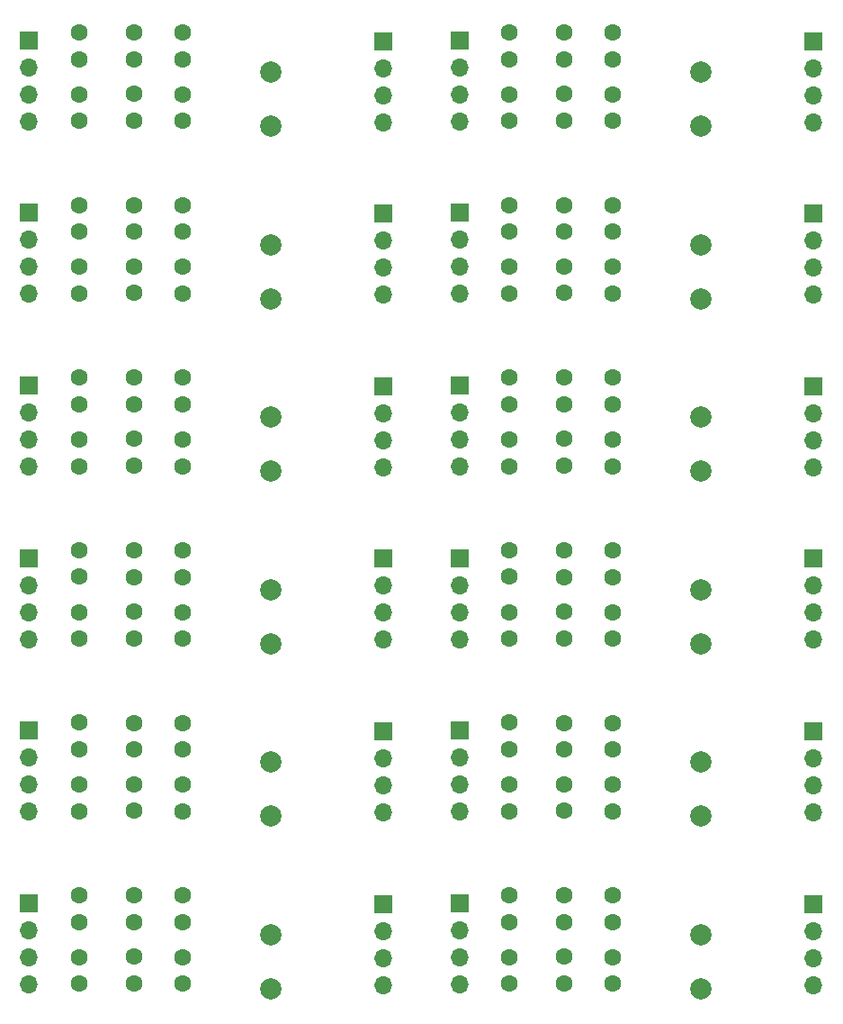
<source format=gbr>
%TF.GenerationSoftware,KiCad,Pcbnew,(6.0.7)*%
%TF.CreationDate,2024-06-12T17:23:34-04:00*%
%TF.ProjectId,DCR BPF V1 (Panel),44435220-4250-4462-9056-31202850616e,rev?*%
%TF.SameCoordinates,Original*%
%TF.FileFunction,Soldermask,Top*%
%TF.FilePolarity,Negative*%
%FSLAX46Y46*%
G04 Gerber Fmt 4.6, Leading zero omitted, Abs format (unit mm)*
G04 Created by KiCad (PCBNEW (6.0.7)) date 2024-06-12 17:23:34*
%MOMM*%
%LPD*%
G01*
G04 APERTURE LIST*
%ADD10C,1.600000*%
%ADD11R,1.700000X1.700000*%
%ADD12O,1.700000X1.700000*%
%ADD13C,2.000000*%
G04 APERTURE END LIST*
D10*
%TO.C,C3*%
X99428000Y-144112000D03*
X99428000Y-146612000D03*
%TD*%
%TO.C,C2*%
X54356000Y-111620500D03*
X54356000Y-114120500D03*
%TD*%
D11*
%TO.C,J2*%
X118351000Y-139105500D03*
D12*
X118351000Y-141645500D03*
X118351000Y-144185500D03*
X118351000Y-146725500D03*
%TD*%
D13*
%TO.C,L1*%
X67246500Y-93344500D03*
X67246500Y-98424500D03*
%TD*%
D10*
%TO.C,C1*%
X49212500Y-111664000D03*
X49212500Y-114164000D03*
%TD*%
D13*
%TO.C,L1*%
X107746500Y-142016500D03*
X107746500Y-147096500D03*
%TD*%
D10*
%TO.C,C5*%
X54356000Y-140810000D03*
X54356000Y-138310000D03*
%TD*%
%TO.C,C5*%
X54356000Y-75914000D03*
X54356000Y-73414000D03*
%TD*%
D11*
%TO.C,J1*%
X85013500Y-139042000D03*
D12*
X85013500Y-141582000D03*
X85013500Y-144122000D03*
X85013500Y-146662000D03*
%TD*%
D11*
%TO.C,J2*%
X118351000Y-106657500D03*
D12*
X118351000Y-109197500D03*
X118351000Y-111737500D03*
X118351000Y-114277500D03*
%TD*%
D11*
%TO.C,J1*%
X85013500Y-122818000D03*
D12*
X85013500Y-125358000D03*
X85013500Y-127898000D03*
X85013500Y-130438000D03*
%TD*%
D10*
%TO.C,C4*%
X49212500Y-75894000D03*
X49212500Y-73394000D03*
%TD*%
%TO.C,C6*%
X99428000Y-75914000D03*
X99428000Y-73414000D03*
%TD*%
%TO.C,C1*%
X49212500Y-127888000D03*
X49212500Y-130388000D03*
%TD*%
D13*
%TO.C,L1*%
X107746500Y-60896500D03*
X107746500Y-65976500D03*
%TD*%
D11*
%TO.C,J1*%
X85013500Y-106594000D03*
D12*
X85013500Y-109134000D03*
X85013500Y-111674000D03*
X85013500Y-114214000D03*
%TD*%
D11*
%TO.C,J1*%
X85013500Y-90370000D03*
D12*
X85013500Y-92910000D03*
X85013500Y-95450000D03*
X85013500Y-97990000D03*
%TD*%
D10*
%TO.C,C4*%
X89712500Y-75894000D03*
X89712500Y-73394000D03*
%TD*%
%TO.C,C6*%
X99428000Y-92138000D03*
X99428000Y-89638000D03*
%TD*%
%TO.C,C6*%
X58928000Y-124586000D03*
X58928000Y-122086000D03*
%TD*%
%TO.C,C5*%
X54356000Y-59690000D03*
X54356000Y-57190000D03*
%TD*%
%TO.C,C3*%
X58928000Y-79216000D03*
X58928000Y-81716000D03*
%TD*%
%TO.C,C5*%
X54356000Y-108362000D03*
X54356000Y-105862000D03*
%TD*%
D11*
%TO.C,J2*%
X77851000Y-74209500D03*
D12*
X77851000Y-76749500D03*
X77851000Y-79289500D03*
X77851000Y-81829500D03*
%TD*%
D10*
%TO.C,C5*%
X54356000Y-92138000D03*
X54356000Y-89638000D03*
%TD*%
D11*
%TO.C,J2*%
X77851000Y-139105500D03*
D12*
X77851000Y-141645500D03*
X77851000Y-144185500D03*
X77851000Y-146725500D03*
%TD*%
D10*
%TO.C,C1*%
X89712500Y-62992000D03*
X89712500Y-65492000D03*
%TD*%
D11*
%TO.C,J2*%
X118351000Y-57985500D03*
D12*
X118351000Y-60525500D03*
X118351000Y-63065500D03*
X118351000Y-65605500D03*
%TD*%
D11*
%TO.C,J2*%
X77851000Y-122881500D03*
D12*
X77851000Y-125421500D03*
X77851000Y-127961500D03*
X77851000Y-130501500D03*
%TD*%
D10*
%TO.C,C3*%
X99428000Y-79216000D03*
X99428000Y-81716000D03*
%TD*%
D11*
%TO.C,J1*%
X44513500Y-74146000D03*
D12*
X44513500Y-76686000D03*
X44513500Y-79226000D03*
X44513500Y-81766000D03*
%TD*%
D10*
%TO.C,C6*%
X58928000Y-59690000D03*
X58928000Y-57190000D03*
%TD*%
%TO.C,C3*%
X58928000Y-62992000D03*
X58928000Y-65492000D03*
%TD*%
%TO.C,C2*%
X94856000Y-144068500D03*
X94856000Y-146568500D03*
%TD*%
D11*
%TO.C,J1*%
X85013500Y-74146000D03*
D12*
X85013500Y-76686000D03*
X85013500Y-79226000D03*
X85013500Y-81766000D03*
%TD*%
D13*
%TO.C,L1*%
X67246500Y-77120500D03*
X67246500Y-82200500D03*
%TD*%
D10*
%TO.C,C5*%
X94856000Y-124586000D03*
X94856000Y-122086000D03*
%TD*%
%TO.C,C6*%
X58928000Y-92138000D03*
X58928000Y-89638000D03*
%TD*%
%TO.C,C4*%
X89712500Y-124566000D03*
X89712500Y-122066000D03*
%TD*%
D11*
%TO.C,J1*%
X44513500Y-90370000D03*
D12*
X44513500Y-92910000D03*
X44513500Y-95450000D03*
X44513500Y-97990000D03*
%TD*%
D10*
%TO.C,C1*%
X49212500Y-144112000D03*
X49212500Y-146612000D03*
%TD*%
D11*
%TO.C,J1*%
X44513500Y-139042000D03*
D12*
X44513500Y-141582000D03*
X44513500Y-144122000D03*
X44513500Y-146662000D03*
%TD*%
D10*
%TO.C,C1*%
X89712500Y-79216000D03*
X89712500Y-81716000D03*
%TD*%
D11*
%TO.C,J2*%
X77851000Y-106657500D03*
D12*
X77851000Y-109197500D03*
X77851000Y-111737500D03*
X77851000Y-114277500D03*
%TD*%
D11*
%TO.C,J2*%
X118351000Y-90433500D03*
D12*
X118351000Y-92973500D03*
X118351000Y-95513500D03*
X118351000Y-98053500D03*
%TD*%
D10*
%TO.C,C4*%
X89712500Y-92118000D03*
X89712500Y-89618000D03*
%TD*%
%TO.C,C1*%
X49212500Y-95440000D03*
X49212500Y-97940000D03*
%TD*%
%TO.C,C3*%
X58928000Y-144112000D03*
X58928000Y-146612000D03*
%TD*%
%TO.C,C4*%
X49212500Y-140790000D03*
X49212500Y-138290000D03*
%TD*%
%TO.C,C6*%
X58928000Y-108362000D03*
X58928000Y-105862000D03*
%TD*%
D11*
%TO.C,J1*%
X44513500Y-57922000D03*
D12*
X44513500Y-60462000D03*
X44513500Y-63002000D03*
X44513500Y-65542000D03*
%TD*%
D10*
%TO.C,C2*%
X94856000Y-62948500D03*
X94856000Y-65448500D03*
%TD*%
D11*
%TO.C,J2*%
X77851000Y-90433500D03*
D12*
X77851000Y-92973500D03*
X77851000Y-95513500D03*
X77851000Y-98053500D03*
%TD*%
D10*
%TO.C,C2*%
X94856000Y-79172500D03*
X94856000Y-81672500D03*
%TD*%
%TO.C,C4*%
X49212500Y-59670000D03*
X49212500Y-57170000D03*
%TD*%
%TO.C,C5*%
X94856000Y-75914000D03*
X94856000Y-73414000D03*
%TD*%
D13*
%TO.C,L1*%
X107746500Y-77120500D03*
X107746500Y-82200500D03*
%TD*%
D10*
%TO.C,C2*%
X54356000Y-95396500D03*
X54356000Y-97896500D03*
%TD*%
%TO.C,C4*%
X89712500Y-108342000D03*
X89712500Y-105842000D03*
%TD*%
%TO.C,C1*%
X49212500Y-62992000D03*
X49212500Y-65492000D03*
%TD*%
%TO.C,C1*%
X89712500Y-127888000D03*
X89712500Y-130388000D03*
%TD*%
%TO.C,C2*%
X54356000Y-144068500D03*
X54356000Y-146568500D03*
%TD*%
%TO.C,C2*%
X94856000Y-95396500D03*
X94856000Y-97896500D03*
%TD*%
%TO.C,C5*%
X94856000Y-59690000D03*
X94856000Y-57190000D03*
%TD*%
%TO.C,C3*%
X99428000Y-95440000D03*
X99428000Y-97940000D03*
%TD*%
D13*
%TO.C,L1*%
X67246500Y-109568500D03*
X67246500Y-114648500D03*
%TD*%
D10*
%TO.C,C2*%
X54356000Y-79172500D03*
X54356000Y-81672500D03*
%TD*%
%TO.C,C6*%
X99428000Y-108362000D03*
X99428000Y-105862000D03*
%TD*%
%TO.C,C3*%
X58928000Y-127888000D03*
X58928000Y-130388000D03*
%TD*%
%TO.C,C4*%
X89712500Y-59670000D03*
X89712500Y-57170000D03*
%TD*%
%TO.C,C1*%
X89712500Y-144112000D03*
X89712500Y-146612000D03*
%TD*%
%TO.C,C6*%
X58928000Y-75914000D03*
X58928000Y-73414000D03*
%TD*%
D11*
%TO.C,J1*%
X85013500Y-57922000D03*
D12*
X85013500Y-60462000D03*
X85013500Y-63002000D03*
X85013500Y-65542000D03*
%TD*%
D11*
%TO.C,J2*%
X77851000Y-57985500D03*
D12*
X77851000Y-60525500D03*
X77851000Y-63065500D03*
X77851000Y-65605500D03*
%TD*%
D10*
%TO.C,C1*%
X89712500Y-111664000D03*
X89712500Y-114164000D03*
%TD*%
%TO.C,C4*%
X49212500Y-108342000D03*
X49212500Y-105842000D03*
%TD*%
%TO.C,C5*%
X94856000Y-140810000D03*
X94856000Y-138310000D03*
%TD*%
%TO.C,C4*%
X89712500Y-140790000D03*
X89712500Y-138290000D03*
%TD*%
%TO.C,C2*%
X54356000Y-127844500D03*
X54356000Y-130344500D03*
%TD*%
D13*
%TO.C,L1*%
X67246500Y-125792500D03*
X67246500Y-130872500D03*
%TD*%
%TO.C,L1*%
X67246500Y-60896500D03*
X67246500Y-65976500D03*
%TD*%
D11*
%TO.C,J1*%
X44513500Y-106594000D03*
D12*
X44513500Y-109134000D03*
X44513500Y-111674000D03*
X44513500Y-114214000D03*
%TD*%
D10*
%TO.C,C3*%
X99428000Y-111664000D03*
X99428000Y-114164000D03*
%TD*%
%TO.C,C5*%
X54356000Y-124586000D03*
X54356000Y-122086000D03*
%TD*%
%TO.C,C1*%
X89712500Y-95440000D03*
X89712500Y-97940000D03*
%TD*%
%TO.C,C5*%
X94856000Y-92138000D03*
X94856000Y-89638000D03*
%TD*%
D13*
%TO.C,L1*%
X107746500Y-125792500D03*
X107746500Y-130872500D03*
%TD*%
D10*
%TO.C,C4*%
X49212500Y-92118000D03*
X49212500Y-89618000D03*
%TD*%
%TO.C,C4*%
X49212500Y-124566000D03*
X49212500Y-122066000D03*
%TD*%
%TO.C,C2*%
X94856000Y-111620500D03*
X94856000Y-114120500D03*
%TD*%
%TO.C,C3*%
X58928000Y-95440000D03*
X58928000Y-97940000D03*
%TD*%
%TO.C,C3*%
X99428000Y-127888000D03*
X99428000Y-130388000D03*
%TD*%
D13*
%TO.C,L1*%
X107746500Y-93344500D03*
X107746500Y-98424500D03*
%TD*%
D10*
%TO.C,C5*%
X94856000Y-108362000D03*
X94856000Y-105862000D03*
%TD*%
D11*
%TO.C,J2*%
X118351000Y-74209500D03*
D12*
X118351000Y-76749500D03*
X118351000Y-79289500D03*
X118351000Y-81829500D03*
%TD*%
D10*
%TO.C,C6*%
X99428000Y-124586000D03*
X99428000Y-122086000D03*
%TD*%
%TO.C,C6*%
X58928000Y-140810000D03*
X58928000Y-138310000D03*
%TD*%
%TO.C,C2*%
X54356000Y-62948500D03*
X54356000Y-65448500D03*
%TD*%
%TO.C,C2*%
X94856000Y-127844500D03*
X94856000Y-130344500D03*
%TD*%
D13*
%TO.C,L1*%
X107746500Y-109568500D03*
X107746500Y-114648500D03*
%TD*%
D10*
%TO.C,C1*%
X49212500Y-79216000D03*
X49212500Y-81716000D03*
%TD*%
%TO.C,C3*%
X99428000Y-62992000D03*
X99428000Y-65492000D03*
%TD*%
D11*
%TO.C,J2*%
X118351000Y-122881500D03*
D12*
X118351000Y-125421500D03*
X118351000Y-127961500D03*
X118351000Y-130501500D03*
%TD*%
D10*
%TO.C,C6*%
X99428000Y-140810000D03*
X99428000Y-138310000D03*
%TD*%
%TO.C,C6*%
X99428000Y-59690000D03*
X99428000Y-57190000D03*
%TD*%
%TO.C,C3*%
X58928000Y-111664000D03*
X58928000Y-114164000D03*
%TD*%
D11*
%TO.C,J1*%
X44513500Y-122818000D03*
D12*
X44513500Y-125358000D03*
X44513500Y-127898000D03*
X44513500Y-130438000D03*
%TD*%
D13*
%TO.C,L1*%
X67246500Y-142016500D03*
X67246500Y-147096500D03*
%TD*%
M02*

</source>
